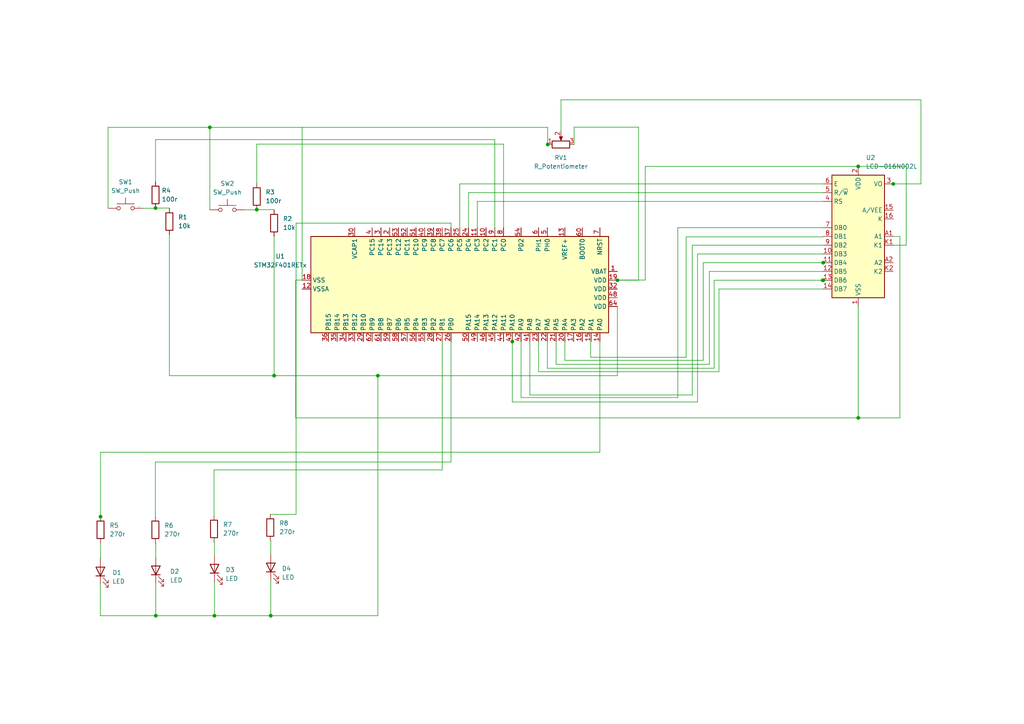
<source format=kicad_sch>
(kicad_sch (version 20230121) (generator eeschema)
  (paper "A4")
  (lib_symbols
    (symbol "Device:LED" (pin_numbers hide) (pin_names (offset 1.016) hide)
      (property "Reference" "D" (at 0 2.54 0))
      (property "Value" "LED" (at 0 -2.54 0))
      (symbol "LED_0_1"
        (polyline (pts (xy -1.27 -1.27) (xy -1.27 1.27)) (stroke (width 0.254)))
        (polyline (pts (xy -1.27 0) (xy 1.27 0)))
        (polyline (pts (xy 1.27 -1.27) (xy 1.27 1.27) (xy -1.27 0) (xy 1.27 -1.27)) (stroke (width 0.254)))
        (polyline (pts (xy -3.048 -0.762) (xy -4.572 -2.286) (xy -3.81 -2.286) (xy -4.572 -2.286) (xy -4.572 -1.524)))
        (polyline (pts (xy -1.778 -0.762) (xy -3.302 -2.286) (xy -2.54 -2.286) (xy -3.302 -2.286) (xy -3.302 -1.524)))
      )
      (symbol "LED_1_1"
        (pin passive line (at -3.81 0 0) (length 2.54) (name "K") (number "1"))
        (pin passive line (at 3.81 0 180) (length 2.54) (name "A") (number "2"))
      )
    )
    (symbol "Device:R" (pin_numbers hide) (pin_names (offset 0))
      (property "Reference" "R" (at 2.032 0 90))
      (property "Value" "R" (at 0 0 90))
      (symbol "R_0_1"
        (rectangle (start -1.016 -2.54) (end 1.016 2.54) (stroke (width 0.254)))
      )
      (symbol "R_1_1"
        (pin passive line (at 0 3.81 270) (length 1.27) (name "~") (number "1"))
        (pin passive line (at 0 -3.81 90) (length 1.27) (name "~") (number "2"))
      )
    )
    (symbol "Device:R_Potentiometer" (pin_names (offset 1.016) hide)
      (property "Reference" "RV" (at -4.445 0 90))
      (property "Value" "R_Potentiometer" (at -2.54 0 90))
      (symbol "R_Potentiometer_0_1"
        (polyline (pts (xy 2.54 0) (xy 1.524 0)))
        (polyline (pts (xy 1.143 0) (xy 2.286 0.508) (xy 2.286 -0.508) (xy 1.143 0)) (fill (type outline)))
        (rectangle (start 1.016 2.54) (end -1.016 -2.54) (stroke (width 0.254)))
      )
      (symbol "R_Potentiometer_1_1"
        (pin passive line (at 0 3.81 270) (length 1.27) (name "1") (number "1"))
        (pin passive line (at 3.81 0 180) (length 1.27) (name "2") (number "2"))
        (pin passive line (at 0 -3.81 90) (length 1.27) (name "3") (number "3"))
      )
    )
    (symbol "Display_Character:LCD-016N002L"
      (property "Reference" "U" (at -6.35 18.796 0))
      (property "Value" "LCD-016N002L" (at 8.636 18.796 0))
      (symbol "LCD-016N002L_1_1"
        (rectangle (start -7.62 17.78) (end 7.62 -17.78) (stroke (width 0.254)) (fill (type background)))
        (pin power_in line (at 0 -20.32 90) (length 2.54) (name "VSS") (number "1"))
        (pin bidirectional line (at -10.16 -5.08 0) (length 2.54) (name "DB3") (number "10"))
        (pin bidirectional line (at -10.16 -7.62 0) (length 2.54) (name "DB4") (number "11"))
        (pin bidirectional line (at -10.16 -10.16 0) (length 2.54) (name "DB5") (number "12"))
        (pin bidirectional line (at -10.16 -12.7 0) (length 2.54) (name "DB6") (number "13"))
        (pin bidirectional line (at -10.16 -15.24 0) (length 2.54) (name "DB7") (number "14"))
        (pin power_in line (at 10.16 7.62 180) (length 2.54) (name "A/VEE") (number "15"))
        (pin power_in line (at 10.16 5.08 180) (length 2.54) (name "K") (number "16"))
        (pin power_in line (at 0 20.32 270) (length 2.54) (name "VDD") (number "2"))
        (pin input line (at 10.16 15.24 180) (length 2.54) (name "VO") (number "3"))
        (pin input line (at -10.16 10.16 0) (length 2.54) (name "RS") (number "4"))
        (pin input line (at -10.16 12.7 0) (length 2.54) (name "R/~{W}") (number "5"))
        (pin input line (at -10.16 15.24 0) (length 2.54) (name "E") (number "6"))
        (pin bidirectional line (at -10.16 2.54 0) (length 2.54) (name "DB0") (number "7"))
        (pin bidirectional line (at -10.16 0 0) (length 2.54) (name "DB1") (number "8"))
        (pin bidirectional line (at -10.16 -2.54 0) (length 2.54) (name "DB2") (number "9"))
        (pin power_in line (at 10.16 0 180) (length 2.54) (name "A1") (number "A1"))
        (pin power_in line (at 10.16 -7.62 180) (length 2.54) (name "A2") (number "A2"))
        (pin power_in line (at 10.16 -2.54 180) (length 2.54) (name "K1") (number "K1"))
        (pin power_in line (at 10.16 -10.16 180) (length 2.54) (name "K2") (number "K2"))
      )
    )
    (symbol "MCU_ST_STM32F4:STM32F401RETx"
      (property "Reference" "U" (at -12.7 44.45 0))
      (property "Value" "STM32F401RETx" (at 10.16 44.45 0))
      (symbol "STM32F401RETx_0_1"
        (rectangle (start -12.7 -43.18) (end 15.24 43.18) (stroke (width 0.254)) (fill (type background)))
      )
      (symbol "STM32F401RETx_1_1"
        (pin power_in line (at -2.54 45.72 270) (length 2.54) (name "VBAT") (number "1"))
        (pin bidirectional line (at -15.24 7.62 0) (length 2.54) (name "PC2") (number "10"))
        (pin bidirectional line (at -15.24 5.08 0) (length 2.54) (name "PC3") (number "11"))
        (pin power_in line (at 2.54 -45.72 90) (length 2.54) (name "VSSA") (number "12"))
        (pin input line (at -15.24 30.48 0) (length 2.54) (name "VREF+") (number "13"))
        (pin bidirectional line (at 17.78 40.64 180) (length 2.54) (name "PA0") (number "14"))
        (pin bidirectional line (at 17.78 38.1 180) (length 2.54) (name "PA1") (number "15"))
        (pin bidirectional line (at 17.78 35.56 180) (length 2.54) (name "PA2") (number "16"))
        (pin bidirectional line (at 17.78 33.02 180) (length 2.54) (name "PA3") (number "17"))
        (pin power_in line (at 0 -45.72 90) (length 2.54) (name "VSS") (number "18"))
        (pin power_in line (at 0 45.72 270) (length 2.54) (name "VDD") (number "19"))
        (pin bidirectional line (at -15.24 -20.32 0) (length 2.54) (name "PC13") (number "2"))
        (pin bidirectional line (at 17.78 30.48 180) (length 2.54) (name "PA4") (number "20"))
        (pin bidirectional line (at 17.78 27.94 180) (length 2.54) (name "PA5") (number "21"))
        (pin bidirectional line (at 17.78 25.4 180) (length 2.54) (name "PA6") (number "22"))
        (pin bidirectional line (at 17.78 22.86 180) (length 2.54) (name "PA7") (number "23"))
        (pin bidirectional line (at -15.24 2.54 0) (length 2.54) (name "PC4") (number "24"))
        (pin bidirectional line (at -15.24 0 0) (length 2.54) (name "PC5") (number "25"))
        (pin bidirectional line (at 17.78 -2.54 180) (length 2.54) (name "PB0") (number "26"))
        (pin bidirectional line (at 17.78 -5.08 180) (length 2.54) (name "PB1") (number "27"))
        (pin bidirectional line (at 17.78 -7.62 180) (length 2.54) (name "PB2") (number "28"))
        (pin bidirectional line (at 17.78 -27.94 180) (length 2.54) (name "PB10") (number "29"))
        (pin bidirectional line (at -15.24 -22.86 0) (length 2.54) (name "PC14") (number "3"))
        (pin power_out line (at -15.24 -30.48 0) (length 2.54) (name "VCAP1") (number "30"))
        (pin passive line (at 0 -45.72 90) (length 2.54) hide (name "VSS") (number "31"))
        (pin power_in line (at 2.54 45.72 270) (length 2.54) (name "VDD") (number "32"))
        (pin bidirectional line (at 17.78 -30.48 180) (length 2.54) (name "PB12") (number "33"))
        (pin bidirectional line (at 17.78 -33.02 180) (length 2.54) (name "PB13") (number "34"))
        (pin bidirectional line (at 17.78 -35.56 180) (length 2.54) (name "PB14") (number "35"))
        (pin bidirectional line (at 17.78 -38.1 180) (length 2.54) (name "PB15") (number "36"))
        (pin bidirectional line (at -15.24 -2.54 0) (length 2.54) (name "PC6") (number "37"))
        (pin bidirectional line (at -15.24 -5.08 0) (length 2.54) (name "PC7") (number "38"))
        (pin bidirectional line (at -15.24 -7.62 0) (length 2.54) (name "PC8") (number "39"))
        (pin bidirectional line (at -15.24 -25.4 0) (length 2.54) (name "PC15") (number "4"))
        (pin bidirectional line (at -15.24 -10.16 0) (length 2.54) (name "PC9") (number "40"))
        (pin bidirectional line (at 17.78 20.32 180) (length 2.54) (name "PA8") (number "41"))
        (pin bidirectional line (at 17.78 17.78 180) (length 2.54) (name "PA9") (number "42"))
        (pin bidirectional line (at 17.78 15.24 180) (length 2.54) (name "PA10") (number "43"))
        (pin bidirectional line (at 17.78 12.7 180) (length 2.54) (name "PA11") (number "44"))
        (pin bidirectional line (at 17.78 10.16 180) (length 2.54) (name "PA12") (number "45"))
        (pin bidirectional line (at 17.78 7.62 180) (length 2.54) (name "PA13") (number "46"))
        (pin passive line (at 0 -45.72 90) (length 2.54) hide (name "VSS") (number "47"))
        (pin power_in line (at 5.08 45.72 270) (length 2.54) (name "VDD") (number "48"))
        (pin bidirectional line (at 17.78 5.08 180) (length 2.54) (name "PA14") (number "49"))
        (pin bidirectional line (at -15.24 25.4 0) (length 2.54) (name "PH0") (number "5"))
        (pin bidirectional line (at 17.78 2.54 180) (length 2.54) (name "PA15") (number "50"))
        (pin bidirectional line (at -15.24 -12.7 0) (length 2.54) (name "PC10") (number "51"))
        (pin bidirectional line (at -15.24 -15.24 0) (length 2.54) (name "PC11") (number "52"))
        (pin bidirectional line (at -15.24 -17.78 0) (length 2.54) (name "PC12") (number "53"))
        (pin bidirectional line (at -15.24 17.78 0) (length 2.54) (name "PD2") (number "54"))
        (pin bidirectional line (at 17.78 -10.16 180) (length 2.54) (name "PB3") (number "55"))
        (pin bidirectional line (at 17.78 -12.7 180) (length 2.54) (name "PB4") (number "56"))
        (pin bidirectional line (at 17.78 -15.24 180) (length 2.54) (name "PB5") (number "57"))
        (pin bidirectional line (at 17.78 -17.78 180) (length 2.54) (name "PB6") (number "58"))
        (pin bidirectional line (at 17.78 -20.32 180) (length 2.54) (name "PB7") (number "59"))
        (pin bidirectional line (at -15.24 22.86 0) (length 2.54) (name "PH1") (number "6"))
        (pin input line (at -15.24 35.56 0) (length 2.54) (name "BOOT0") (number "60"))
        (pin bidirectional line (at 17.78 -22.86 180) (length 2.54) (name "PB8") (number "61"))
        (pin bidirectional line (at 17.78 -25.4 180) (length 2.54) (name "PB9") (number "62"))
        (pin passive line (at 0 -45.72 90) (length 2.54) hide (name "VSS") (number "63"))
        (pin power_in line (at 7.62 45.72 270) (length 2.54) (name "VDD") (number "64"))
        (pin input line (at -15.24 40.64 0) (length 2.54) (name "NRST") (number "7"))
        (pin bidirectional line (at -15.24 12.7 0) (length 2.54) (name "PC0") (number "8"))
        (pin bidirectional line (at -15.24 10.16 0) (length 2.54) (name "PC1") (number "9"))
      )
    )
    (symbol "Switch:SW_Push" (pin_numbers hide) (pin_names (offset 1.016) hide)
      (property "Reference" "SW" (at 1.27 2.54 0))
      (property "Value" "SW_Push" (at 0 -1.524 0))
      (symbol "SW_Push_0_1"
        (circle (center -2.032 0) (radius 0.508))
        (polyline (pts (xy 0 1.27) (xy 0 3.048)))
        (polyline (pts (xy 2.54 1.27) (xy -2.54 1.27)))
        (circle (center 2.032 0) (radius 0.508))
        (pin passive line (at -5.08 0 0) (length 2.54) (name "1") (number "1"))
        (pin passive line (at 5.08 0 180) (length 2.54) (name "2") (number "2"))
      )
    )
  )
  (junction (at 158.8516 41.91))
  (junction (at 60.8584 36.9316))
  (junction (at 148.59 99.06))
  (junction (at 45.1866 178.5874))
  (junction (at 248.92 121.2088))
  (junction (at 238.633 81.28))
  (junction (at 78.5368 178.5874))
  (junction (at 109.601 108.966))
  (junction (at 179.07 81.28))
  (junction (at 29.1592 149.86))
  (junction (at 62.2046 178.5874))
  (junction (at 248.92 48.26))
  (junction (at 238.76 76.2))
  (junction (at 74.4728 60.8076))
  (junction (at 238.76 81.28))
  (junction (at 45.1104 60.3504))
  (junction (at 259.08 53.34))
  (junction (at 79.502 108.966))
  (wire (pts (xy 153.67 114.554) (xy 200.787 114.554)))
  (wire (pts (xy 163.83 104.521) (xy 203.962 104.521)))
  (wire (pts (xy 79.502 108.966) (xy 49.1236 108.966)))
  (wire (pts (xy 207.137 106.807) (xy 207.137 81.28)))
  (wire (pts (xy 109.601 178.5874) (xy 109.601 108.966)))
  (wire (pts (xy 173.99 131.1656) (xy 29.1592 131.1656)))
  (wire (pts (xy 205.74 105.664) (xy 205.74 78.74)))
  (wire (pts (xy 267.1064 28.956) (xy 267.1064 53.34)))
  (wire (pts (xy 62.2046 168.7576) (xy 62.2046 178.5874)))
  (wire (pts (xy 187.1472 81.2292) (xy 187.1472 48.26)))
  (wire (pts (xy 45.0596 134.0104) (xy 45.0596 149.86)))
  (wire (pts (xy 29.1592 157.48) (xy 29.1592 161.9504)))
  (wire (pts (xy 158.8516 41.91) (xy 159.0548 41.91)))
  (wire (pts (xy 200.787 71.12) (xy 238.76 71.12)))
  (wire (pts (xy 128.27 136.2964) (xy 62.0776 136.2964)))
  (wire (pts (xy 62.2046 178.5874) (xy 78.5368 178.5874)))
  (wire (pts (xy 259.0292 53.34) (xy 259.08 53.34)))
  (wire (pts (xy 29.1592 149.86) (xy 29.1592 149.8854)))
  (wire (pts (xy 40.386 59.944) (xy 40.2336 59.944)))
  (wire (pts (xy 151.13 99.187) (xy 151.13 115.316)))
  (wire (pts (xy 135.89 55.88) (xy 135.89 65.913)))
  (wire (pts (xy 259.08 53.34) (xy 267.1064 53.34)))
  (wire (pts (xy 171.323 99.187) (xy 171.323 103.632)))
  (wire (pts (xy 78.5368 160.782) (xy 78.5368 156.8196)))
  (wire (pts (xy 156.21 107.823) (xy 208.534 107.823)))
  (wire (pts (xy 203.962 104.521) (xy 203.962 76.2)))
  (wire (pts (xy 78.5368 178.5874) (xy 109.601 178.5874)))
  (wire (pts (xy 29.1592 131.1656) (xy 29.1592 149.86)))
  (wire (pts (xy 138.43 58.42) (xy 138.43 65.913)))
  (wire (pts (xy 238.633 81.28) (xy 238.76 81.28)))
  (wire (pts (xy 79.502 68.5292) (xy 79.502 108.966)))
  (wire (pts (xy 62.2046 161.1376) (xy 62.2046 157.2768)))
  (wire (pts (xy 185.2168 36.8808) (xy 185.2168 81.28)))
  (wire (pts (xy 163.83 99.06) (xy 163.83 104.521)))
  (wire (pts (xy 133.35 53.34) (xy 238.76 53.34)))
  (wire (pts (xy 74.4728 41.8084) (xy 74.4728 53.1876)))
  (wire (pts (xy 173.99 99.06) (xy 173.99 131.1656)))
  (wire (pts (xy 148.59 99.06) (xy 148.59 116.586)))
  (wire (pts (xy 208.534 83.82) (xy 238.76 83.82)))
  (wire (pts (xy 153.67 99.187) (xy 153.67 114.554)))
  (wire (pts (xy 71.0184 60.8584) (xy 74.4728 60.8584)))
  (wire (pts (xy 49.1236 60.3504) (xy 49.1236 60.452)))
  (wire (pts (xy 85.8774 64.7192) (xy 85.8774 149.1996)))
  (wire (pts (xy 85.8774 149.1996) (xy 78.3844 149.1996)))
  (wire (pts (xy 148.59 116.586) (xy 202.311 116.586)))
  (wire (pts (xy 158.75 99.06) (xy 158.75 106.807)))
  (wire (pts (xy 62.0776 157.226) (xy 62.0776 157.2768)))
  (wire (pts (xy 29.1084 178.5874) (xy 45.1866 178.5874)))
  (wire (pts (xy 78.5368 156.8196) (xy 78.3844 156.8196)))
  (wire (pts (xy 79.502 60.8076) (xy 79.502 60.9092)))
  (wire (pts (xy 138.43 58.42) (xy 238.76 58.42)))
  (wire (pts (xy 179.07 108.966) (xy 109.601 108.966)))
  (wire (pts (xy 45.1866 169.2402) (xy 45.1866 178.5874)))
  (wire (pts (xy 200.787 114.554) (xy 200.787 71.12)))
  (wire (pts (xy 31.3436 36.9316) (xy 60.8584 36.9316)))
  (wire (pts (xy 78.5368 168.402) (xy 78.5368 178.5874)))
  (wire (pts (xy 179.07 81.28) (xy 185.2168 81.28)))
  (wire (pts (xy 45.1866 157.48) (xy 45.0596 157.48)))
  (wire (pts (xy 87.63 36.957) (xy 87.63 81.28)))
  (wire (pts (xy 85.7504 121.2088) (xy 248.92 121.2088)))
  (wire (pts (xy 74.4728 60.8584) (xy 74.4728 60.8076)))
  (wire (pts (xy 238.76 81.28) (xy 238.887 81.28)))
  (wire (pts (xy 202.311 73.66) (xy 202.311 116.586)))
  (wire (pts (xy 238.633 81.407) (xy 239.014 81.407)))
  (wire (pts (xy 262.8392 48.26) (xy 262.8392 71.12)))
  (wire (pts (xy 158.8516 36.9316) (xy 158.8516 41.91)))
  (wire (pts (xy 87.6808 81.2292) (xy 85.7504 81.2292)))
  (wire (pts (xy 166.5224 36.8808) (xy 185.2168 36.8808)))
  (wire (pts (xy 196.596 66.04) (xy 238.76 66.04)))
  (wire (pts (xy 62.0776 136.2964) (xy 62.0776 149.606)))
  (wire (pts (xy 178.8668 81.2292) (xy 187.1472 81.2292)))
  (wire (pts (xy 40.2336 59.944) (xy 40.2336 59.8932)))
  (wire (pts (xy 158.8516 41.91) (xy 158.9024 41.8592)))
  (wire (pts (xy 31.3436 36.9316) (xy 31.3436 60.4012)))
  (wire (pts (xy 196.596 115.316) (xy 196.596 66.04)))
  (wire (pts (xy 238.76 76.2) (xy 238.887 76.2)))
  (wire (pts (xy 133.35 66.04) (xy 133.35 53.34)))
  (wire (pts (xy 248.92 48.26) (xy 262.8392 48.26)))
  (wire (pts (xy 109.601 108.966) (xy 79.502 108.966)))
  (wire (pts (xy 248.92 121.2088) (xy 261.0104 121.2088)))
  (wire (pts (xy 171.323 103.632) (xy 199.009 103.632)))
  (wire (pts (xy 74.4728 60.8076) (xy 79.502 60.8076)))
  (wire (pts (xy 161.29 99.187) (xy 161.29 105.664)))
  (wire (pts (xy 199.009 68.707) (xy 238.76 68.707)))
  (wire (pts (xy 262.8392 71.12) (xy 259.08 71.12)))
  (wire (pts (xy 208.534 107.823) (xy 208.534 83.82)))
  (wire (pts (xy 135.89 55.88) (xy 238.76 55.88)))
  (wire (pts (xy 238.633 81.28) (xy 238.633 81.407)))
  (wire (pts (xy 130.81 134.0104) (xy 45.0596 134.0104)))
  (wire (pts (xy 45.1866 161.6202) (xy 45.1866 157.48)))
  (wire (pts (xy 148.59 98.933) (xy 148.59 99.06)))
  (wire (pts (xy 130.81 66.04) (xy 130.81 64.7192)))
  (wire (pts (xy 158.75 106.807) (xy 207.137 106.807)))
  (wire (pts (xy 178.8668 81.28) (xy 179.07 81.28)))
  (wire (pts (xy 203.962 76.2) (xy 238.76 76.2)))
  (wire (pts (xy 261.0104 68.58) (xy 259.08 68.58)))
  (wire (pts (xy 130.81 64.7192) (xy 85.8774 64.7192)))
  (wire (pts (xy 85.7504 81.2292) (xy 85.7504 121.2088)))
  (wire (pts (xy 62.2046 157.2768) (xy 62.0776 157.2768)))
  (wire (pts (xy 161.29 105.664) (xy 205.74 105.664)))
  (wire (pts (xy 60.8584 36.9316) (xy 158.8516 36.9316)))
  (wire (pts (xy 248.92 121.2088) (xy 248.92 88.9)))
  (wire (pts (xy 146.05 41.8084) (xy 74.4728 41.8084)))
  (wire (pts (xy 146.05 66.04) (xy 146.05 41.8084)))
  (wire (pts (xy 41.5036 60.4012) (xy 45.1104 60.4012)))
  (wire (pts (xy 162.7124 38.0492) (xy 162.7124 28.956)))
  (wire (pts (xy 128.27 99.06) (xy 128.27 136.2964)))
  (wire (pts (xy 261.0104 121.2088) (xy 261.0104 68.58)))
  (wire (pts (xy 162.7124 28.956) (xy 267.1064 28.956)))
  (wire (pts (xy 60.8584 36.9316) (xy 60.8584 60.8584)))
  (wire (pts (xy 151.13 115.316) (xy 196.596 115.316)))
  (wire (pts (xy 45.1104 60.3504) (xy 49.1236 60.3504)))
  (wire (pts (xy 143.51 40.4876) (xy 45.1104 40.4876)))
  (wire (pts (xy 45.1104 60.4012) (xy 45.1104 60.3504)))
  (wire (pts (xy 45.1866 178.5874) (xy 62.2046 178.5874)))
  (wire (pts (xy 49.1236 108.966) (xy 49.1236 68.072)))
  (wire (pts (xy 187.1472 48.26) (xy 248.92 48.26)))
  (wire (pts (xy 179.07 88.9) (xy 179.07 108.966)))
  (wire (pts (xy 205.74 78.74) (xy 238.76 78.74)))
  (wire (pts (xy 45.1104 40.4876) (xy 45.1104 52.7304)))
  (wire (pts (xy 130.81 99.06) (xy 130.81 134.0104)))
  (wire (pts (xy 29.1592 161.9504) (xy 29.1084 161.9504)))
  (wire (pts (xy 202.311 73.66) (xy 238.76 73.66)))
  (wire (pts (xy 166.5224 41.91) (xy 166.5224 36.8808)))
  (wire (pts (xy 199.009 103.632) (xy 199.009 68.707)))
  (wire (pts (xy 207.137 81.28) (xy 238.633 81.28)))
  (wire (pts (xy 156.21 99.187) (xy 156.21 107.823)))
  (wire (pts (xy 143.51 66.04) (xy 143.51 40.4876)))
  (wire (pts (xy 29.1084 169.5704) (xy 29.1084 178.5874)))
  (symbol (lib_id "Device:LED") (at 45.1866 165.4302 90) (unit 1)
    (property "Reference" "D2" (at 49.3014 165.7477 90) (effects (justify right)))
    (property "Value" "LED" (at 49.3014 168.2877 90) (effects (justify right)))
  )
  (symbol (lib_id "Device:R") (at 79.502 64.7192 0) (unit 1)
    (property "Reference" "R2" (at 82.042 63.4492 0) (effects (justify left)))
    (property "Value" "10k" (at 82.042 65.9892 0) (effects (justify left)))
  )
  (symbol (lib_id "Device:LED") (at 78.5368 164.592 90) (unit 1)
    (property "Reference" "D4" (at 81.7372 164.9095 90) (effects (justify right)))
    (property "Value" "LED" (at 81.7372 167.4495 90) (effects (justify right)))
  )
  (symbol (lib_id "Device:R") (at 45.1104 56.5404 0) (unit 1)
    (property "Reference" "R4" (at 46.8884 55.2704 0) (effects (justify left)))
    (property "Value" "100r" (at 46.8884 57.8104 0) (effects (justify left)))
  )
  (symbol (lib_id "Device:R") (at 29.1592 153.67 0) (unit 1)
    (property "Reference" "R5" (at 31.75 152.4 0) (effects (justify left)))
    (property "Value" "270r" (at 31.75 154.94 0) (effects (justify left)))
  )
  (symbol (lib_id "Switch:SW_Push") (at 36.4236 60.4012 0) (unit 1)
    (property "Reference" "SW1" (at 36.4236 52.7812 0))
    (property "Value" "SW_Push" (at 36.4236 55.3212 0))
  )
  (symbol (lib_id "Display_Character:LCD-016N002L") (at 248.92 68.58 0) (unit 1)
    (property "Reference" "U2" (at 251.1141 45.72 0) (effects (justify left)))
    (property "Value" "LCD-016N002L" (at 251.1141 48.26 0) (effects (justify left)))
    (property "Footprint" "Display:LCD-016N002L" (effects hide))
    (property "Datasheet" "http://www.vishay.com/docs/37299/37299.pdf" (effects hide))
  )
  (symbol (lib_id "Device:LED") (at 29.1084 165.7604 90) (unit 1)
    (property "Reference" "D1" (at 32.5628 166.0779 90) (effects (justify right)))
    (property "Value" "LED" (at 32.5628 168.6179 90) (effects (justify right)))
  )
  (symbol (lib_id "Device:R") (at 45.0596 153.67 0) (unit 1)
    (property "Reference" "R6" (at 47.6504 152.4 0) (effects (justify left)))
    (property "Value" "270r" (at 47.6504 154.94 0) (effects (justify left)))
  )
  (symbol (lib_id "Device:R") (at 62.0776 153.416 0) (unit 1)
    (property "Reference" "R7" (at 64.6684 152.146 0) (effects (justify left)))
    (property "Value" "270r" (at 64.6684 154.686 0) (effects (justify left)))
  )
  (symbol (lib_id "Switch:SW_Push") (at 65.9384 60.8584 0) (unit 1)
    (property "Reference" "SW2" (at 65.9384 53.2384 0))
    (property "Value" "SW_Push" (at 65.9384 55.7784 0))
  )
  (symbol (lib_id "Device:R") (at 74.4728 56.9976 0) (unit 1)
    (property "Reference" "R3" (at 77.0128 55.7276 0) (effects (justify left)))
    (property "Value" "100r" (at 77.0128 58.2676 0) (effects (justify left)))
  )
  (symbol (lib_id "Device:R_Potentiometer") (at 162.687 41.91 90) (unit 1)
    (property "Reference" "RV1" (at 162.687 45.72 90))
    (property "Value" "R_Potentiometer" (at 162.687 48.26 90))
  )
  (symbol (lib_id "Device:LED") (at 62.2046 164.9476 90) (unit 1)
    (property "Reference" "D3" (at 65.405 165.2651 90) (effects (justify right)))
    (property "Value" "LED" (at 65.405 167.8051 90) (effects (justify right)))
  )
  (symbol (lib_id "MCU_ST_STM32F4:STM32F401RETx") (at 133.35 81.28 270) (unit 1)
    (property "Reference" "U1" (at 81.28 74.3519 90))
    (property "Value" "STM32F401RETx" (at 81.28 76.8919 90))
    (property "Footprint" "Package_QFP:LQFP-64_10x10mm_P0.5mm" (effects hide))
    (property "Datasheet" "https://www.st.com/resource/en/datasheet/stm32f401re.pdf" (effects hide))
  )
  (symbol (lib_id "Device:R") (at 78.3844 153.0096 0) (unit 1)
    (property "Reference" "R8" (at 80.9752 151.7396 0) (effects (justify left)))
    (property "Value" "270r" (at 80.9752 154.2796 0) (effects (justify left)))
  )
  (symbol (lib_id "Device:R") (at 49.1236 64.262 0) (unit 1)
    (property "Reference" "R1" (at 51.6636 62.992 0) (effects (justify left)))
    (property "Value" "10k" (at 51.6636 65.532 0) (effects (justify left)))
  )
)
</source>
